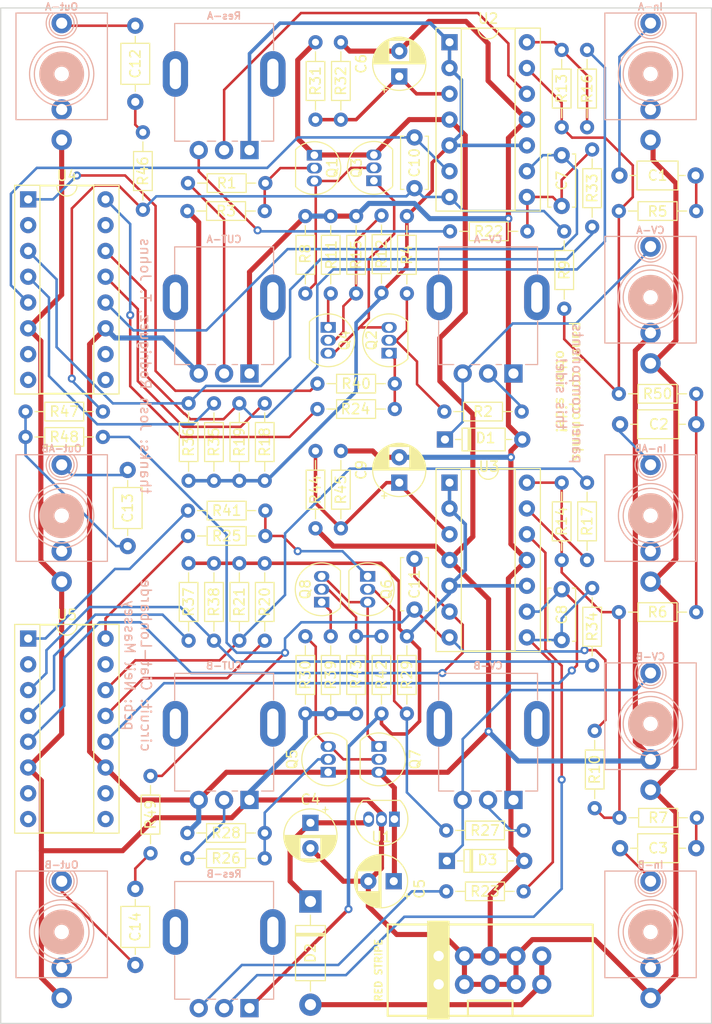
<source format=kicad_pcb>
(kicad_pcb (version 20211014) (generator pcbnew)
  (layers (0 "F.Cu" signal) (31 "B.Cu" signal) (34 "B.Paste" user) (35 "F.Paste" user) (36 "B.SilkS" user "B.Silkscreen") (37 "F.SilkS" user "F.Silkscreen") (38 "B.Mask" user) (39 "F.Mask" user) (44 "Edge.Cuts" user))
  (net 0 "")
  (net 1 "Net-(C1-Pad1)")
  (net 2 "Net-(C1-Pad2)")
  (net 3 "Net-(C2-Pad1)")
  (net 4 "Net-(C2-Pad2)")
  (net 5 "Net-(C3-Pad1)")
  (net 6 "Net-(C3-Pad2)")
  (net 7 "Net-(C4-Pad1)")
  (net 8 "GND")
  (net 9 "+9V")
  (net 10 "Net-(C6-Pad1)")
  (net 11 "Net-(C7-Pad1)")
  (net 12 "Net-(C7-Pad2)")
  (net 13 "Net-(C8-Pad1)")
  (net 14 "Net-(C8-Pad2)")
  (net 15 "Net-(C9-Pad1)")
  (net 16 "Net-(C11-Pad1)")
  (net 17 "Net-(C11-Pad2)")
  (net 18 "Net-(C12-Pad1)")
  (net 19 "Net-(C12-Pad2)")
  (net 20 "Net-(C13-Pad1)")
  (net 21 "Net-(C13-Pad2)")
  (net 22 "Net-(C14-Pad1)")
  (net 23 "Net-(C14-Pad2)")
  (net 24 "Net-(D1-Pad1)")
  (net 25 "Net-(D2-Pad2)")
  (net 26 "Net-(D3-Pad1)")
  (net 30 "Net-(J5-Pad1)")
  (net 34 "Net-(Q1-Pad2)")
  (net 35 "Net-(Q1-Pad3)")
  (net 36 "VC1")
  (net 37 "Net-(Q2-Pad2)")
  (net 38 "Net-(Q2-Pad3)")
  (net 39 "Net-(Q4-Pad1)")
  (net 40 "Net-(Q4-Pad2)")
  (net 41 "Net-(Q5-Pad2)")
  (net 42 "Net-(Q5-Pad3)")
  (net 43 "VC2")
  (net 44 "Net-(Q6-Pad2)")
  (net 45 "Net-(Q6-Pad3)")
  (net 46 "Net-(Q8-Pad1)")
  (net 47 "Net-(Q8-Pad2)")
  (net 48 "Net-(R1-Pad1)")
  (net 49 "Net-(R2-Pad1)")
  (net 50 "MIDO1")
  (net 51 "Net-(R10-Pad1)")
  (net 52 "Net-(R13-Pad1)")
  (net 53 "Net-(R14-Pad1)")
  (net 54 "Net-(R16-Pad1)")
  (net 55 "Net-(R17-Pad1)")
  (net 56 "Net-(R18-Pad2)")
  (net 57 "MIDO2")
  (net 58 "Net-(R20-Pad2)")
  (net 59 "Net-(R22-Pad1)")
  (net 60 "Net-(R23-Pad1)")
  (net 61 "Net-(R24-Pad1)")
  (net 62 "Net-(R25-Pad1)")
  (net 63 "Net-(R26-Pad1)")
  (net 64 "Net-(R27-Pad1)")
  (net 65 "Net-(R33-Pad1)")
  (net 66 "Net-(R34-Pad1)")
  (net 67 "Net-(R35-Pad2)")
  (net 68 "Net-(R37-Pad2)")
  (net 69 "Net-(R40-Pad1)")
  (net 70 "Net-(R41-Pad1)")
  (net 71 "Net-(RV3-Pad2)")
  (net 72 "Net-(RV4-Pad2)")
  (net 77 "Net-(R13-Pad2)")
  (net 78 "Net-(C10-Pad1)")
  (net 79 "Net-(C10-Pad2)")
  (footprint "Resistor_THT:R_Axial_DIN0204_L3.6mm_D1.6mm_P7.62mm_Horizontal" (layer "F.Cu") (at 2.44 42.25)
    (fp_text reference "R48")
    (fp_text value "10k")
  )
  (footprint "Package_DIP:DIP-14_W7.62mm_Socket" (layer "F.Cu") (at 44.2 46.75)
    (fp_text reference "U3")
    (fp_text value "TL084")
  )
  (footprint "Resistor_THT:R_Axial_DIN0204_L3.6mm_D1.6mm_P7.62mm_Horizontal" (layer "F.Cu") (at 40 20.5 -90)
    (fp_text reference "R4")
    (fp_text value "4.7k")
  )
  (footprint "Resistor_THT:R_Axial_DIN0204_L3.6mm_D1.6mm_P7.62mm_Horizontal" (layer "F.Cu") (at 32.5 20.5 -90)
    (fp_text reference "R11")
    (fp_text value "4.7k")
  )
  (footprint "Resistor_THT:R_Axial_DIN0204_L3.6mm_D1.6mm_P7.62mm_Horizontal" (layer "F.Cu") (at 18.44 49.5)
    (fp_text reference "R41")
    (fp_text value "10k")
  )
  (footprint "Resistor_THT:R_Axial_DIN0204_L3.6mm_D1.6mm_P7.62mm_Horizontal" (layer "F.Cu") (at 33.5 51.25 90)
    (fp_text reference "R45")
    (fp_text value "22k")
  )
  (footprint "Resistor_THT:R_Axial_DIN0204_L3.6mm_D1.6mm_P7.62mm_Horizontal" (layer "F.Cu") (at 31.19 39.5)
    (fp_text reference "R24")
    (fp_text value "10k")
  )
  (footprint "Package_TO_SOT_THT:TO-92_Inline" (layer "F.Cu") (at 38.25 34 90)
    (fp_text reference "Q2")
    (fp_text value "BC557")
  )
  (footprint "Resistor_THT:R_Axial_DIN0204_L3.6mm_D1.6mm_P7.62mm_Horizontal" (layer "F.Cu") (at 30 69.5 90)
    (fp_text reference "R30")
    (fp_text value "1Meg")
  )
  (footprint "Resistor_THT:R_Axial_DIN0204_L3.6mm_D1.6mm_P7.62mm_Horizontal" (layer "F.Cu") (at 30 20.5 -90)
    (fp_text reference "R8")
    (fp_text value "1Meg")
  )
  (footprint "Package_DIP:DIP-14_W7.62mm_Socket" (layer "F.Cu") (at 44.2 3.375)
    (fp_text reference "U2")
    (fp_text value "TL084")
  )
  (footprint "Resistor_THT:R_Axial_DIN0204_L3.6mm_D1.6mm_P7.62mm_Horizontal" (layer "F.Cu") (at 57.75 46.75 -90)
    (fp_text reference "R17")
    (fp_text value "47k")
  )
  (footprint "Resistor_THT:R_Axial_DIN0204_L3.6mm_D1.6mm_P7.62mm_Horizontal" (layer "F.Cu") (at 55.25 46.75 -90)
    (fp_text reference "R14")
    (fp_text value "47k")
  )
  (footprint "Capacitor_THT:C_Axial_L3.8mm_D2.6mm_P7.50mm_Horizontal" (layer "F.Cu") (at 60.94 16.5)
    (fp_text reference "C1")
    (fp_text value "100nF")
  )
  (footprint "Resistor_THT:R_Axial_DIN0204_L3.6mm_D1.6mm_P7.62mm_Horizontal" (layer "F.Cu") (at 44.25 22)
    (fp_text reference "R22")
    (fp_text value "100k")
  )
  (footprint "Capacitor_THT:CP_Radial_D5.0mm_P2.50mm" (layer "F.Cu") (at 30.5 80.25 -90)
    (fp_text reference "C4")
    (fp_text value "10uF")
  )
  (footprint "Resistor_THT:R_Axial_DIN0204_L3.6mm_D1.6mm_P7.62mm_Horizontal" (layer "F.Cu") (at 31.19 37)
    (fp_text reference "R40")
    (fp_text value "10k")
  )
  (footprint "Resistor_THT:R_Axial_DIN0204_L3.6mm_D1.6mm_P7.62mm_Horizontal" (layer "F.Cu") (at 58.5 78.81 90)
    (fp_text reference "R10")
    (fp_text value "47k")
  )
  (footprint "Resistor_THT:R_Axial_DIN0204_L3.6mm_D1.6mm_P7.62mm_Horizontal" (layer "F.Cu") (at 37.5 69.5 90)
    (fp_text reference "R42")
    (fp_text value "4.7k")
  )
  (footprint "Package_DIP:DIP-16_W7.62mm_Socket" (layer "F.Cu") (at 2.7 62.1)
    (fp_text reference "U5")
    (fp_text value "LM13700")
  )
  (footprint "Resistor_THT:R_Axial_DIN0204_L3.6mm_D1.6mm_P7.62mm_Horizontal" (layer "F.Cu") (at 18.38 83.75)
    (fp_text reference "R26")
    (fp_text value "220k")
  )
  (footprint "Capacitor_THT:C_Disc_D5.0mm_W2.5mm_P5.00mm" (layer "F.Cu") (at 40.75 12.75 -90)
    (fp_text reference "C10")
    (fp_text value "1nF")
  )
  (footprint "Capacitor_THT:C_Axial_L3.8mm_D2.6mm_P7.50mm_Horizontal" (layer "F.Cu") (at 61 41)
    (fp_text reference "C2")
    (fp_text value "100nF")
  )
  (footprint "Package_TO_SOT_THT:TO-92_Inline" (layer "F.Cu") (at 36.14 55.98 -90)
    (fp_text reference "Q6")
    (fp_text value "BC557")
  )
  (footprint "Resistor_THT:R_Axial_DIN0204_L3.6mm_D1.6mm_P7.62mm_Horizontal" (layer "F.Cu") (at 18.44 17.25)
    (fp_text reference "R1")
    (fp_text value "220k")
  )
  (footprint "Package_TO_SOT_THT:TO-92_Inline" (layer "F.Cu") (at 36.75 17.02 90)
    (fp_text reference "Q3")
    (fp_text value "BC557")
  )
  (footprint "Diode_THT:D_DO-41_SOD81_P10.16mm_Horizontal" (layer "F.Cu") (at 30.5 88 -90)
    (fp_text reference "D2")
    (fp_text value "1N4001")
  )
  (footprint "Resistor_THT:R_Axial_DIN0204_L3.6mm_D1.6mm_P7.62mm_Horizontal" (layer "F.Cu") (at 68.5 20 180)
    (fp_text reference "R5")
    (fp_text value "47k")
  )
  (footprint "Resistor_THT:R_Axial_DIN0204_L3.6mm_D1.6mm_P7.62mm_Horizontal" (layer "F.Cu") (at 68.56 79.75 180)
    (fp_text reference "R7")
    (fp_text value "47k")
  )
  (footprint "Resistor_THT:R_Axial_DIN0204_L3.6mm_D1.6mm_P7.62mm_Horizontal" (layer "F.Cu") (at 26 46.56 90)
    (fp_text reference "R18")
    (fp_text value "470")
  )
  (footprint "Capacitor_THT:C_Axial_L3.8mm_D2.6mm_P7.50mm_Horizontal" (layer "F.Cu") (at 12.5 53 90)
    (fp_text reference "C13")
    (fp_text value "100nF")
  )
  (footprint "Resistor_THT:R_Axial_DIN0204_L3.6mm_D1.6mm_P7.62mm_Horizontal" (layer "F.Cu") (at 58.25 21.56 90)
    (fp_text reference "R33")
    (fp_text value "47k")
  )
  (footprint "Resistor_THT:R_Axial_DIN0204_L3.6mm_D1.6mm_P7.62mm_Horizontal" (layer "F.Cu") (at 14.75 83.25 90)
    (fp_text reference "R49")
    (fp_text value "10k")
  )
  (footprint "Resistor_THT:R_Axial_DIN0204_L3.6mm_D1.6mm_P7.62mm_Horizontal" (layer "F.Cu") (at 31 3.38 -90)
    (fp_text reference "R31")
    (fp_text value "22k")
  )
  (footprint "Capacitor_THT:C_Disc_D5.0mm_W2.5mm_P5.00mm" (layer "F.Cu") (at 55.25 57.25 -90)
    (fp_text reference "C8")
    (fp_text value "1nF")
  )
  (footprint "Resistor_THT:R_Axial_DIN0204_L3.6mm_D1.6mm_P7.62mm_Horizontal" (layer "F.Cu") (at 57.75 4.13 -90)
    (fp_text reference "R16")
    (fp_text value "47k")
  )
  (footprint "Resistor_THT:R_Axial_DIN0204_L3.6mm_D1.6mm_P7.62mm_Horizontal" (layer "F.Cu") (at 43.88 87)
    (fp_text reference "R23")
    (fp_text value "100k")
  )
  (footprint "Resistor_THT:R_Axial_DIN0204_L3.6mm_D1.6mm_P7.62mm_Horizontal" (layer "F.Cu") (at 23.5 62.31 90)
    (fp_text reference "R21")
    (fp_text value "470")
  )
  (footprint "Package_TO_SOT_THT:TO-92_Inline" (layer "F.Cu") (at 32.25 75.27 90)
    (fp_text reference "Q5")
    (fp_text value "BC547")
  )
  (footprint "Resistor_THT:R_Axial_DIN0204_L3.6mm_D1.6mm_P7.62mm_Horizontal" (layer "F.Cu") (at 55.25 4.13 -90)
    (fp_text reference "R13")
    (fp_text value "47k")
  )
  (footprint "Package_TO_SOT_THT:TO-92_Inline" (layer "F.Cu") (at 32.25 31.46 -90)
    (fp_text reference "Q4")
    (fp_text value "BC557")
  )
  (footprint "Package_TO_SOT_THT:TO-92_Inline" (layer "F.Cu") (at 31.61 58.52 90)
    (fp_text reference "Q8")
    (fp_text value "BC557")
  )
  (footprint "Resistor_THT:R_Axial_DIN0204_L3.6mm_D1.6mm_P7.62mm_Horizontal" (layer "F.Cu") (at 26 81.25 180)
    (fp_text reference "R28")
    (fp_text value "4.7k")
  )
  (footprint "Diode_THT:D_DO-35_SOD27_P7.62mm_Horizontal" (layer "F.Cu") (at 43.75 42.5)
    (fp_text reference "D1")
    (fp_text value "BAT85")
  )
  (footprint "Resistor_THT:R_Axial_DIN0204_L3.6mm_D1.6mm_P7.62mm_Horizontal" (layer "F.Cu") (at 51.31 39.75 180)
    (fp_text reference "R2")
    (fp_text value "220k")
  )
  (footprint "Resistor_THT:R_Axial_DIN0204_L3.6mm_D1.6mm_P7.62mm_Horizontal" (layer "F.Cu") (at 55.5 29.62 90)
    (fp_text reference "R9")
    (fp_text value "47k")
  )
  (footprint "Resistor_THT:R_Axial_DIN0204_L3.6mm_D1.6mm_P7.62mm_Horizontal" (layer "F.Cu") (at 18.5 38.94 -90)
    (fp_text reference "R36")
    (fp_text value "470")
  )
  (footprint "Resistor_THT:R_Axial_DIN0204_L3.6mm_D1.6mm_P7.62mm_Horizontal" (layer "F.Cu") (at 21 46.56 90)
    (fp_text reference "R35")
    (fp_text value "470")
  )
  (footprint "Resistor_THT:R_Axial_DIN0204_L3.6mm_D1.6mm_P7.62mm_Horizontal" (layer "F.Cu") (at 21 62.31 90)
    (fp_text reference "R38")
    (fp_text value "470")
  )
  (footprint "Package_TO_SOT_THT:TO-92_Inline" (layer "F.Cu") (at 30.89 14.5 -90)
    (fp_text reference "Q1")
    (fp_text value "BC547")
  )
  (footprint "Capacitor_THT:CP_Radial_D5.0mm_P2.50mm" (layer "F.Cu") (at 38.705112 86 180)
    (fp_text reference "C5")
    (fp_text value "10uF")
  )
  (footprint "Resistor_THT:R_Axial_DIN0204_L3.6mm_D1.6mm_P7.62mm_Horizontal" (layer "F.Cu") (at 40 61.88 -90)
    (fp_text reference "R29")
    (fp_text value "4.7k")
  )
  (footprint "Resistor_THT:R_Axial_DIN0204_L3.6mm_D1.6mm_P7.62mm_Horizontal" (layer "F.Cu") (at 33.5 11 90)
    (fp_text reference "R32")
    (fp_text value "22k")
  )
  (footprint "Package_TO_SOT_THT:TO-92_Inline" (layer "F.Cu") (at 38.77 79.89 180)
    (fp_text reference "U1")
    (fp_text value "L78L09_TO92")
  )
  (footprint "Resistor_THT:R_Axial_DIN0204_L3.6mm_D1.6mm_P7.62mm_Horizontal" (layer "F.Cu") (at 68.5 38 180)
    (fp_text reference "R50")
    (fp_text value "47k")
  )
  (footprint "Capacitor_THT:CP_Radial_D5.0mm_P2.50mm" (layer "F.Cu") (at 39.25 6.75 90)
    (fp_text reference "C6")
    (fp_text value "10uF")
  )
  (footprint "Capacitor_THT:C_Axial_L3.8mm_D2.6mm_P7.50mm_Horizontal" (layer "F.Cu") (at 13.25 86.75 -90)
    (fp_text reference "C14")
    (fp_text value "100nF")
  )
  (footprint "Diode_THT:D_DO-35_SOD27_P7.62mm_Horizontal" (layer "F.Cu") (at 43.94 84)
    (fp_text reference "D3")
    (fp_text value "BAT85")
  )
  (footprint "Capacitor_THT:C_Disc_D5.0mm_W2.5mm_P5.00mm" (layer "F.Cu") (at 40.75 54.25 -90)
    (fp_text reference "C11")
    (fp_text value "1nF")
  )
  (footprint "Capacitor_THT:CP_Radial_D5.0mm_P2.50mm" (layer "F.Cu") (at 39.25 46.75 90)
    (fp_text reference "C9")
    (fp_text value "10uF")
  )
  (footprint "Resistor_THT:R_Axial_DIN0204_L3.6mm_D1.6mm_P7.62mm_Horizontal" (layer "F.Cu") (at 37.5 28.06 90)
    (fp_text reference "R12")
    (fp_text value "4.7k")
  )
  (footprint "Package_TO_SOT_THT:TO-92_Inline" (layer "F.Cu") (at 37.25 72.73 -90)
    (fp_text reference "Q7")
    (fp_text value "BC557")
  )
  (footprint "Resistor_THT:R_Axial_DIN0204_L3.6mm_D1.6mm_P7.62mm_Horizontal" (layer "F.Cu") (at 35 28.12 90)
    (fp_text reference "R15")
    (fp_text value "220k")
  )
  (footprint "Resistor_THT:R_Axial_DIN0204_L3.6mm_D1.6mm_P7.62mm_Horizontal" (layer "F.Cu") (at 32.5 69.5 90)
    (fp_text reference "R39")
    (fp_text value "4.7k")
  )
  (footprint "Resistor_THT:R_Axial_DIN0204_L3.6mm_D1.6mm_P7.62mm_Horizontal" (layer "F.Cu") (at 26 20 180)
    (fp_text reference "R3")
    (fp_text value "4.7k")
  )
  (footprint "Resistor_THT:R_Axial_DIN0204_L3.6mm_D1.6mm_P7.62mm_Horizontal" (layer "F.Cu") (at 31 51.25 90)
    (fp_text reference "R44")
    (fp_text value "22k")
  )
  (footprint "Resistor_THT:R_Axial_DIN0204_L3.6mm_D1.6mm_P7.62mm_Horizontal" (layer "F.Cu") (at 14 12.25 -90)
    (fp_text reference "R46")
    (fp_text value "10k")
  )
  (footprint "Resistor_THT:R_Axial_DIN0204_L3.6mm_D1.6mm_P7.62mm_Horizontal" (layer "F.Cu") (at 18.44 52)
    (fp_text reference "R25")
    (fp_text value "10k")
  )
  (footprint "Capacitor_THT:C_Axial_L3.8mm_D2.6mm_P7.50mm_Horizontal" (layer "F.Cu") (at 61 82.75)
    (fp_text reference "C3")
    (fp_text value "100nF")
  )
  (footprint "Resistor_THT:R_Axial_DIN0204_L3.6mm_D1.6mm_P7.62mm_Horizontal" (layer "F.Cu") (at 23.5 38.94 -90)
    (fp_text reference "R19")
    (fp_text value "470")
  )
  (footprint "Package_DIP:DIP-16_W7.62mm_Socket" (layer "F.Cu") (at 2.7 18.85)
    (fp_text reference "U4")
    (fp_text value "LM13700")
  )
  (footprint "Resistor_THT:R_Axial_DIN0204_L3.6mm_D1.6mm_P7.62mm_Horizontal" (layer "F.Cu") (at 26 54.69 -90)
    (fp_text reference "R20")
    (fp_text value "470")
  )
  (footprint "winterbloom:Eurorack_Power_2x5_Shrouded" (layer "F.Cu") (at 43.13 96.157)
    (fp_text reference "J5" hide)
    (fp_text value "Eurorack_Power" hide)
  )
  (footprint "Resistor_THT:R_Axial_DIN0204_L3.6mm_D1.6mm_P7.62mm_Horizontal" (layer "F.Cu") (at 35 61.88 -90)
    (fp_text reference "R43")
    (fp_text value "220k")
  )
  (footprint "Resistor_THT:R_Axial_DIN0204_L3.6mm_D1.6mm_P7.62mm_Horizontal" (layer "F.Cu") (at 68.5 59.5 180)
    (fp_text reference "R6")
    (fp_text value "47k")
  )
  (footprint "Resistor_THT:R_Axial_DIN0204_L3.6mm_D1.6mm_P7.62mm_Horizontal" (layer "F.Cu") (at 58.25 64.75 90)
    (fp_text reference "R34")
    (fp_text value "47k")
  )
  (footprint "Resistor_THT:R_Axial_DIN0204_L3.6mm_D1.6mm_P7.62mm_Horizontal" (layer "F.Cu") (at 51.5 81 180)
    (fp_text reference "R27")
    (fp_text value "220k")
  )
  (footprint "Capacitor_THT:C_Axial_L3.8mm_D2.6mm_P7.50mm_Horizontal" (layer "F.Cu") (at 13.25 9.25 90)
    (fp_text reference "C12")
    (fp_text value "100nF")
  )
  (footprint "Resistor_THT:R_Axial_DIN0204_L3.6mm_D1.6mm_P7.62mm_Horizontal" (layer "F.Cu") (at 18.5 54.69 -90)
    (fp_text reference "R37")
    (fp_text value "470")
  )
  (footprint "Capacitor_THT:C_Disc_D5.0mm_W2.5mm_P5.00mm" (layer "F.Cu") (at 55.25 14.5 -90)
    (fp_text reference "C7")
    (fp_text value "1nF")
  )
  (footprint "Resistor_THT:R_Axial_DIN0204_L3.6mm_D1.6mm_P7.62mm_Horizontal" (layer "F.Cu") (at 2.44 39.75)
    (fp_text reference "R47")
    (fp_text value "10k")
  )
  (footprint "winterbloom:Potentiometer_Alpha_R0904N" (layer "B.Cu") (at 48 28.5 180)
    (fp_text reference "RV2")
    (fp_text value "CV-A")
  )
  (footprint "winterbloom:Potentiometer_Alpha_R0904N" (layer "B.Cu") (at 22 6.5 180)
    (fp_text reference "RV3")
    (fp_text value "Res-A")
  )
  (footprint "winterbloom:AudioJack_WQP518MA" (layer "B.Cu") (at 6 91 180)
    (fp_text reference "J9" hide)
    (fp_text value "Out-B")
  )
  (footprint "winterbloom:AudioJack_WQP518MA" (layer "B.Cu") (at 64 6.5 180)
    (fp_text reference "J2" hide)
    (fp_text value "In-A")
  )
  (footprint "winterbloom:Potentiometer_Alpha_R0904N" (layer "B.Cu") (at 48 70.5 180)
    (fp_text reference "RV6")
    (fp_text value "CV-B")
  )
  (footprint "winterbloom:Potentiometer_Alpha_R0904N" (layer "B.Cu") (at 22 91 180)
    (fp_text reference "RV4")
    (fp_text value "Res-B")
  )
  (footprint "winterbloom:AudioJack_WQP518MA" (layer "B.Cu") (at 6 6.5 180)
    (fp_text reference "J7" hide)
    (fp_text value "Out-A")
  )
  (footprint "winterbloom:AudioJack_WQP518MA" (layer "B.Cu") (at 64 70.5 180)
    (fp_text reference "J6" hide)
    (fp_text value "CV-B")
  )
  (footprint "winterbloom:Potentiometer_Alpha_R0904N" (layer "B.Cu") (at 22 28.5 180)
    (fp_text reference "RV1")
    (fp_text value "CUT-A")
  )
  (footprint "winterbloom:AudioJack_WQP518MA" (layer "B.Cu") (at 6 50 180)
    (fp_text reference "J8" hide)
    (fp_text value "Out-AB")
  )
  (footprint "winterbloom:AudioJack_WQP518MA" (layer "B.Cu") (at 64 50 180)
    (fp_text reference "J3" hide)
    (fp_text value "In-AB")
  )
  (footprint "winterbloom:AudioJack_WQP518MA" (layer "B.Cu") (at 64 91 180)
    (fp_text reference "J4" hide)
    (fp_text value "In-B")
  )
  (footprint "winterbloom:Potentiometer_Alpha_R0904N" (layer "B.Cu") (at 22 70.5 180)
    (fp_text reference "RV5")
    (fp_text value "CUT-B")
  )
  (footprint "winterbloom:AudioJack_WQP518MA" (layer "B.Cu") (at 64 28.5 180)
    (fp_text reference "J1" hide)
    (fp_text value "CV-A")
  )
  (gr_line locked (start 70 100) (end 0 100) (layer "Edge.Cuts") (width 0.1))
  (gr_line locked (start 70 0) (end 70 100) (layer "Edge.Cuts") (width 0.1))
  (gr_line locked (start 0 0) (end 70 0) (layer "Edge.Cuts") (width 0.1))
  (gr_line locked (start 0 100) (end 0 0) (layer "Edge.Cuts") (width 0.1))
  (gr_text "thanks: Josh Rodriguez, T. Johns" (at 14.25 35.25 -90) (layer "B.SilkS") (effects (font (size 1 1)) (justify mirror)))
  (gr_text "circuit: Ciat-Lonbarde\npcb: Neil Massey" (at 13.5 64.75 -90) (layer "B.SilkS") (effects (font (size 1 1)) (justify mirror)))
  (gr_text "panel components\nthis side!" (at 56 38 -90) (layer "B.SilkS") (effects (font (size 1 1)) (justify mirror)))
  (gr_text "panel components\nother side!" (at 56 37.75 270) (layer "F.SilkS") (effects (font (size 1 1))))
  (segment (start 60.94 16.5) (end 60.94 4.81) (width 0.25) (layer "B.Cu") (net 1))
  (segment (start 60.94 4.81) (end 64.25 1.5) (width 0.25) (layer "B.Cu") (net 1))
  (segment (start 68.5 16.56) (end 68.44 16.5) (width 0.25) (layer "F.Cu") (net 2))
  (segment (start 68.5 20) (end 68.5 16.56) (width 0.25) (layer "F.Cu") (net 2))
  (segment (start 64.1625 44.9125) (end 61 41.75) (width 0.25) (layer "B.Cu") (net 3))
  (segment (start 61 41.75) (end 61 41) (width 0.25) (layer "B.Cu") (net 3))
  (segment (start 68.5 38) (end 68.5 41) (width 0.25) (layer "F.Cu") (net 4))
  (segment (start 68.5 59.5) (end 68.5 41) (width 0.25) (layer "F.Cu") (net 4))
  (segment (start 61 82.75) (end 64.25 86) (width 0.25) (layer "F.Cu") (net 5))
  (segment (start 68.5 82.75) (end 68.5 79.81) (width 0.25) (layer "F.Cu") (net 6))
  (segment (start 68.5 79.81) (end 68.56 79.75) (width 0.25) (layer "F.Cu") (net 6))
  (segment (start 30.5 80.25) (end 35.87 80.25) (width 0.5) (layer "F.Cu") (net 7))
  (segment (start 30.5 80.25) (end 28.5 82.25) (width 0.5) (layer "F.Cu") (net 7))
  (segment (start 28.5 82.25) (end 28.5 86) (width 0.5) (layer "F.Cu") (net 7))
  (segment (start 28.5 86) (end 30.5 88) (width 0.5) (layer "F.Cu") (net 7))
  (segment (start 35.87 80.25) (end 36.23 79.89) (width 0.5) (layer "F.Cu") (net 7))
  (segment (start 45.67 96.157) (end 48.21 96.157) (width 0.5) (layer "F.Cu") (net 8))
  (segment (start 58.5 91.75) (end 52.363 91.75) (width 0.5) (layer "F.Cu") (net 8))
  (segment (start 50.5 36) (end 50 35.5) (width 0.5) (layer "F.Cu") (net 8))
  (segment (start 64.25 97.5) (end 58.5 91.75) (width 0.5) (layer "F.Cu") (net 8))
  (segment (start 4 83) (end 12 83) (width 0.5) (layer "F.Cu") (net 8))
  (segment (start 64.25 77) (end 66.5 74.75) (width 0.5) (layer "F.Cu") (net 8))
  (segment (start 12 83) (end 15.25 79.75) (width 0.5) (layer "F.Cu") (net 8))
  (segment (start 51.56 84) (end 50.25 82.69) (width 0.5) (layer "F.Cu") (net 8))
  (segment (start 4 76.1) (end 2.7 74.8) (width 0.5) (layer "F.Cu") (net 8))
  (segment (start 50.25 82.69) (end 50.25 78.25) (width 0.5) (layer "F.Cu") (net 8))
  (segment (start 50 41.13) (end 50 36.5) (width 0.5) (layer "F.Cu") (net 8))
  (segment (start 37.5 79.34) (end 36.16 78) (width 0.5) (layer "F.Cu") (net 8))
  (segment (start 15.25 79.75) (end 22.75 79.75) (width 0.5) (layer "F.Cu") (net 8))
  (segment (start 45.824511 1.324511) (end 42.175489 1.324511) (width 0.5) (layer "F.Cu") (net 8))
  (segment (start 51.82 54.37) (end 50 56.19) (width 0.5) (layer "F.Cu") (net 8))
  (segment (start 4 83) (end 4 76.1) (width 0.5) (layer "F.Cu") (net 8))
  (segment (start 45.67 93.363) (end 43.557 91.25) (width 0.5) (layer "F.Cu") (net 8))
  (segment (start 51.37 42.5) (end 50.25 43.62) (width 0.5) (layer "F.Cu") (net 8))
  (segment (start 51.82 54.37) (end 50.25 52.8) (width 0.5) (layer "F.Cu") (net 8))
  (segment (start 66.5 79.25) (end 64.25 77) (width 0.5) (layer "F.Cu") (net 8))
  (segment (start 37.5 79.89) (end 37.5 79.34) (width 0.5) (layer "F.Cu") (net 8))
  (segment (start 36.205112 86) (end 37.5 84.705112) (width 0.5) (layer "F.Cu") (net 8))
  (segment (start 32.5 20.5) (end 35 20.5) (width 0.5) (layer "F.Cu") (net 8))
  (segment (start 22.75 79.75) (end 24.5 78) (width 0.5) (layer "F.Cu") (net 8))
  (segment (start 64.29375 56.45625) (end 66.5 54.25) (width 0.5) (layer "F.Cu") (net 8))
  (segment (start 42.175489 1.324511) (end 39.25 4.25) (width 0.5) (layer "F.Cu") (net 8))
  (segment (start 50.25 78.25) (end 50.5 78) (width 0.5) (layer "F.Cu") (net 8))
  (segment (start 48 3.5) (end 45.824511 1.324511) (width 0.5) (layer "F.Cu") (net 8))
  (segment (start 50.25 52.8) (end 50.25 44.25) (width 0.5) (layer "F.Cu") (net 8))
  (segment (start 50 35.5) (end 50 20.75) (width 0.5) (layer "F.Cu") (net 8))
  (segment (start 39 91.25) (end 36.205112 88.455112) (width 0.5) (layer "F.Cu") (net 8))
  (segment (start 33.75 86) (end 30.5 82.75) (width 0.5) (layer "F.Cu") (net 8))
  (segment (start 3.949511 32.799511) (end 2.7 31.55) (width 0.5) (layer "F.Cu") (net 8))
  (segment (start 66.5 74.75) (end 66.5 58.6625) (width 0.5) (layer "F.Cu") (net 8))
  (segment (start 50 36.5) (end 50.5 36) (width 0.5) (layer "F.Cu") (net 8))
  (segment (start 50.75 93.363) (end 50.75 96.157) (width 0.5) (layer "F.Cu") (net 8))
  (segment (start 2.7 74.8) (end 6 71.5) (width 0.5) (layer "F.Cu") (net 8))
  (segment (start 64.25 35) (end 66.5 32.75) (width 0.5) (layer "F.Cu") (net 8))
  (segment (start 39.25 4.25) (end 34.37 4.25) (width 0.5) (layer "F.Cu") (net 8))
  (segment (start 50 56.19) (end 50 77.5) (width 0.5) (layer "F.Cu") (net 8))
  (segment (start 6 71.5) (end 6 56.5) (width 0.5) (layer "F.Cu") (net 8))
  (segment (start 37.25 44.25) (end 39.25 44.25) (width 0.5) (layer "F.Cu") (net 8))
  (segment (start 48.21 93.363) (end 50.75 93.363) (width 0.5) (layer "F.Cu") (net 8))
  (segment (start 51.56 84) (end 48.21 87.35) (width 0.5) (layer "F.Cu") (net 8))
  (segment (start 33.5 43.63) (end 36.63 43.63) (width 0.5) (layer "F.Cu") (net 8))
  (segment (start 66.5 37.25) (end 64.25 35) (width 0.5) (layer "F.Cu") (net 8))
  (segment (start 6 97.5) (end 4 95.5) (width 0.5) (layer "F.Cu") (net 8))
  (segment (start 50.75 96.157) (end 48.21 96.157) (width 0.5) (layer "F.Cu") (net 8))
  (segment (start 4 95.5) (end 4 83) (width 0.5) (layer "F.Cu") (net 8))
  (segment (start 50 12.815) (end 50 20.75) (width 0.5) (layer "F.Cu") (net 8))
  (segment (start 64.25 15) (end 64.25 13) (width 0.5) (layer "F.Cu") (net 8))
  (segment (start 51.82 10.995) (end 48 7.175) (width 0.5) (layer "F.Cu") (net 8))
  (segment (start 66.5 58.6625) (end 64.29375 56.45625) (width 0.5) (layer "F.Cu") (net 8))
  (segment (start 45.67 96.157) (end 45.67 93.363) (width 0.5) (layer "F.Cu") (net 8))
  (segment (start 36.205112 88.455112) (end 36.205112 86) (width 0.5) (layer "F.Cu") (net 8))
  (segment (start 3.949511 54.449511) (end 3.949511 32.799511) (width 0.5) (layer "F.Cu") (net 8))
  (segment (start 64.25 97.5) (end 66.5 95.25) (width 0.5) (layer "F.Cu") (net 8))
  (segment (start 37.5 84.705112) (end 37.5 79.89) (width 0.5) (layer "F.Cu") (net 8))
  (segment (start 6 28.25) (end 6 13) (width 0.5) (layer "F.Cu") (net 8))
  (segment (start 52.363 91.75) (end 50.75 93.363) (width 0.5) (layer "F.Cu") (net 8))
  (segment (start 48 7.175) (end 48 3.5) (width 0.5) (layer "F.Cu") (net 8))
  (segment (start 24.5 26) (end 30 20.5) (width 0.5) (layer "F.Cu") (net 8))
  (segment (start 36.16 78) (end 24.5 78) (width 0.5) (layer "F.Cu") (net 8))
  (segment (start 66.5 95.25) (end 66.5 79.25) (width 0.5) (layer "F.Cu") (net 8))
  (segment (start 34.37 4.25) (end 33.5 3.38) (width 0.5) (layer "F.Cu") (net 8))
  (segment (start 66.5 54.25) (end 66.5 37.25) (width 0.5) (layer "F.Cu") (net 8))
  (segment (start 50 77.5) (end 50.5 78) (width 0.5) (layer "F.Cu") (net 8))
  (segment (start 66.5 17.25) (end 64.25 15) (width 0.5) (layer "F.Cu") (net 8))
  (segment (start 36.63 43.63) (end 37.25 44.25) (width 0.5) (layer "F.Cu") (net 8))
  (segment (start 66.5 32.75) (end 66.5 17.25) (width 0.5) (layer "F.Cu") (net 8))
  (segment (start 43.557 91.25) (end 39 91.25) (width 0.5) (layer "F.Cu") (net 8))
  (segment (start 51.37 42.5) (end 50 41.13) (width 0.5) (layer "F.Cu") (net 8))
  (segment (start 36.205112 86) (end 33.75 86) (width 0.5) (layer "F.Cu") (net 8))
  (segment (start 50.25 43.62) (end 50.25 44.25) (width 0.5) (layer "F.Cu") (net 8))
  (segment (start 6 56.5) (end 3.949511 54.449511) (width 0.5) (layer "F.Cu") (net 8))
  (segment (start 2.7 31.55) (end 6 28.25) (width 0.5) (layer "F.Cu") (net 8))
  (segment (start 24.5 36) (end 24.5 26) (width 0.5) (layer "F.Cu") (net 8))
  (segment (start 45.67 93.363) (end 48.21 93.363) (width 0.5) (layer "F.Cu") (net 8))
  (segment (start 48.21 87.35) (end 48.21 93.363) (width 0.5) (layer "F.Cu") (net 8))
  (segment (start 51.82 10.995) (end 50 12.815) (width 0.5) (layer "F.Cu") (net 8))
  (via (at 50 20.75) (size 0.8) (drill 0.4) (layers "F.Cu" "B.Cu") (net 8))
  (via (at 50.25 44.25) (size 0.8) (drill 0.4) (layers "F.Cu" "B.Cu") (net 8))
  (segment (start 36.25 19.25) (end 40.75 19.25) (width 0.5) (layer "B.Cu") (net 8))
  (segment (start 30 20.5) (end 32.5 20.5) (width 0.5) (layer "B.Cu") (net 8))
  (segment (start 35 20.5) (end 36.25 19.25) (width 0.5) (layer "B.Cu") (net 8))
  (segment (start 30 71.75) (end 24.5 77.25) (width 0.5) (layer "B.Cu") (net 8))
  (segment (start 35 69.5) (end 32.5 69.5) (width 0.5) (layer "B.Cu") (net 8))
  (segment (start 42.25 20.75) (end 50 20.75) (width 0.5) (layer "B.Cu") (net 8))
  (segment (start 39.25 44.25) (end 50.25 44.25) (width 0.5) (layer "B.Cu") (net 8))
  (segment (start 30 69.5) (end 32.5 69.5) (width 0.5) (layer "B.Cu") (net 8))
  (segment (start 30 71.75) (end 30 69.5) (width 0.5) (layer "B.Cu") (net 8))
  (segment (start 24.5 77.25) (end 24.5 78) (width 0.5) (layer "B.Cu") (net 8))
  (segment (start 40.75 19.25) (end 42.25 20.75) (width 0.5) (layer "B.Cu") (net 8))
  (segment (start 8.75 33.12) (end 10.32 31.55) (width 0.5) (layer "F.Cu") (net 9))
  (segment (start 38.77 85.935112) (end 38.705112 86) (width 0.25) (layer "F.Cu") (net 9))
  (segment (start 44.2 10.995) (end 40.235 10.995) (width 0.5) (layer "F.Cu") (net 9))
  (segment (start 19.5 21.12) (end 18.38 20) (width 0.5) (layer "F.Cu") (net 9))
  (segment (start 30.91 14.48) (end 30.89 14.5) (width 0.5) (layer "F.Cu") (net 9))
  (segment (start 64.25 32) (end 62.5 33.75) (width 0.5) (layer "F.Cu") (net 9))
  (segment (start 38.77 76.79) (end 37.25 75.27) (width 0.5) (layer "F.Cu") (net 9))
  (segment (start 45.75 12.545) (end 44.2 10.995) (width 0.5) (layer "F.Cu") (net 9))
  (segment (start 44.028946 75.27) (end 48.048946 71.25) (width 0.5) (layer "F.Cu") (net 9))
  (segment (start 43.25 36.75) (end 43.25 32.5) (width 0.5) (layer "F.Cu") (net 9))
  (segment (start 30.89 14.5) (end 29.25 12.86) (width 0.5) (layer "F.Cu") (net 9))
  (segment (start 62.5 33.75) (end 62.5 72.25) (width 0.5) (layer "F.Cu") (net 9))
  (segment (start 46.5 40) (end 43.25 36.75) (width 0.5) (layer "F.Cu") (net 9))
  (segment (start 62.5 72.25) (end 64.25 74) (width 0.5) (layer "F.Cu") (net 9))
  (segment (start 37.25 75.27) (end 32.25 75.27) (width 0.5) (layer "F.Cu") (net 9))
  (segment (start 29.25 12.86) (end 29.25 5.13) (width 0.5) (layer "F.Cu") (net 9))
  (segment (start 13.52 78) (end 10.32 74.8) (width 0.5) (layer "F.Cu") (net 9))
  (segment (start 37.25 75.27) (end 44.028946 75.27) (width 0.5) (layer "F.Cu") (net 9))
  (segment (start 29.25 5.13) (end 31 3.38) (width 0.5) (layer "F.Cu") (net 9))
  (segment (start 19.5 36) (end 19.5 21.12) (width 0.5) (layer "F.Cu") (net 9))
  (segment (start 8.75 73.23) (end 8.75 33.12) (width 0.5) (layer "F.Cu") (net 9))
  (segment (start 42.83 53) (end 32.75 53) (width 0.5) (layer "F.Cu") (net 9))
  (segment (start 10.32 74.8) (end 8.75 73.23) (width 0.5) (layer "F.Cu") (net 9))
  (segment (start 48.048946 58.218946) (end 48.048946 71.25) (width 0.5) (layer "F.Cu") (net 9))
  (segment (start 46.5 52.07) (end 46.5 40) (width 0.5) (layer "F.Cu") (net 9))
  (segment (start 40.235 10.995) (end 36.75 14.48) (width 0.5) (layer "F.Cu") (net 9))
  (segment (start 44.2 54.37) (end 46.5 52.07) (width 0.5) (layer "F.Cu") (net 9))
  (segment (start 43.25 32.5) (end 45.75 30) (width 0.5) (layer "F.Cu") (net 9))
  (segment (start 22.23 75.27) (end 19.5 78) (width 0.5) (layer "F.Cu") (net 9))
  (segment (start 38.77 79.89) (end 38.77 85.935112) (width 0.5) (layer "F.Cu") (net 9))
  (segment (start 19.5 78) (end 13.52 78) (width 0.5) (layer "F.Cu") (net 9))
  (segment (start 36.75 14.48) (end 30.91 14.48) (width 0.5) (layer "F.Cu") (net 9))
  (segment (start 32.25 75.27) (end 22.23 75.27) (width 0.5) (layer "F.Cu") (net 9))
  (segment (start 44.2 54.37) (end 42.83 53) (width 0.5) (layer "F.Cu") (net 9))
  (segment (start 38.77 79.89) (end 38.77 76.79) (width 0.5) (layer "F.Cu") (net 9))
  (segment (start 45.75 30) (end 45.75 12.545) (width 0.5) (layer "F.Cu") (net 9))
  (segment (start 32.75 53) (end 31 51.25) (width 0.5) (layer "F.Cu") (net 9))
  (segment (start 44.2 54.37) (end 48.048946 58.218946) (width 0.5) (layer "F.Cu") (net 9))
  (via (at 48.048946 71.25) (size 0.8) (drill 0.4) (layers "F.Cu" "B.Cu") (net 9))
  (segment (start 11.27 32.5) (end 16 32.5) (width 0.5) (layer "B.Cu") (net 9))
  (segment (start 64.0875 74.1625) (end 50.961446 74.1625) (width 0.5) (layer "B.Cu") (net 9))
  (segment (start 50.961446 74.1625) (end 48.048946 71.25) (width 0.5) (layer "B.Cu") (net 9))
  (segment (start 18.38 81.25) (end 19.5 80.13) (width 0.5) (layer "B.Cu") (net 9))
  (segment (start 10.32 31.55) (end 11.27 32.5) (width 0.5) (layer "B.Cu") (net 9))
  (segment (start 16 32.5) (end 19.5 36) (width 0.5) (layer "B.Cu") (net 9))
  (segment (start 19.5 80.13) (end 19.5 78) (width 0.5) (layer "B.Cu") (net 9))
  (segment (start 44.2 8.455) (end 40.955 8.455) (width 0.35) (layer "F.Cu") (net 10))
  (segment (start 31 11) (end 33.5 11) (width 0.35) (layer "F.Cu") (net 10))
  (segment (start 33.5 11) (end 35 11) (width 0.35) (layer "F.Cu") (net 10))
  (segment (start 35 11) (end 39.25 6.75) (width 0.35) (layer "F.Cu") (net 10))
  (segment (start 40.955 8.455) (end 39.25 6.75) (width 0.35) (layer "F.Cu") (net 10))
  (segment (start 10.32 29.01) (end 13.06 31.75) (width 0.25) (layer "B.Cu") (net 11))
  (segment (start 28.25 23.75) (end 55.25 23.75) (width 0.25) (layer "B.Cu") (net 11))
  (segment (start 56.75 16) (end 55.25 14.5) (width 0.25) (layer "B.Cu") (net 11))
  (segment (start 56.75 22.25) (end 56.75 16) (width 0.25) (layer "B.Cu") (net 11))
  (segment (start 13.06 31.75) (end 20.25 31.75) (width 0.25) (layer "B.Cu") (net 11))
  (segment (start 20.25 31.75) (end 28.25 23.75) (width 0.25) (layer "B.Cu") (net 11))
  (segment (start 55.25 14.5) (end 53.395 14.5) (width 0.25) (layer "B.Cu") (net 11))
  (segment (start 53.395 14.5) (end 51.82 16.075) (width 0.25) (layer "B.Cu") (net 11))
  (segment (start 55.25 23.75) (end 56.75 22.25) (width 0.25) (layer "B.Cu") (net 11))
  (segment (start 55.25 19.5) (end 55.25 16.94) (width 0.25) (layer "F.Cu") (net 12))
  (segment (start 51.87 22) (end 51.87 18.665) (width 0.25) (layer "F.Cu") (net 12))
  (segment (start 55.25 16.94) (end 58.25 13.94) (width 0.25) (layer "F.Cu") (net 12))
  (segment (start 54.365 18.615) (end 55.25 19.5) (width 0.25) (layer "F.Cu") (net 12))
  (segment (start 51.87 18.665) (end 51.82 18.615) (width 0.25) (layer "F.Cu") (net 12))
  (segment (start 51.82 18.615) (end 54.365 18.615) (width 0.25) (layer "F.Cu") (net 12))
  (segment (start 56.75 64.75) (end 56.25 65.25) (width 0.25) (layer "F.Cu") (net 13))
  (segment (start 55.25 57.25) (end 56.75 58.75) (width 0.25) (layer "F.Cu") (net 13))
  (segment (start 56.75 58.75) (end 56.75 64.75) (width 0.25) (layer "F.Cu") (net 13))
  (via (at 56.25 65.25) (size 0.8) (drill 0.4) (layers "F.Cu" "B.Cu") (net 13))
  (segment (start 53.05 59.45) (end 55.25 57.25) (width 0.25) (layer "B.Cu") (net 13))
  (segment (start 55 66.5) (end 56.25 65.25) (width 0.25) (layer "B.Cu") (net 13))
  (segment (start 10.32 72.26) (end 16.08 66.5) (width 0.25) (layer "B.Cu") (net 13))
  (segment (start 16.08 66.5) (end 55 66.5) (width 0.25) (layer "B.Cu") (net 13))
  (segment (start 51.82 59.45) (end 53.05 59.45) (width 0.25) (layer "B.Cu") (net 13))
  (segment (start 51.5 87) (end 54.37452 84.12548) (width 0.25) (layer "F.Cu") (net 14))
  (segment (start 54.37452 84.12548) (end 54.37452 64.54452) (width 0.25) (layer "F.Cu") (net 14))
  (segment (start 54.37452 64.54452) (end 51.82 61.99) (width 0.25) (layer "F.Cu") (net 14))
  (segment (start 52.08 62.25) (end 51.82 61.99) (width 0.25) (layer "B.Cu") (net 14))
  (segment (start 55.25 62.25) (end 55.25 60.13) (width 0.25) (layer "B.Cu") (net 14))
  (segment (start 55.25 62.25) (end 52.08 62.25) (width 0.25) (layer "B.Cu") (net 14))
  (segment (start 55.25 60.13) (end 58.25 57.13) (width 0.25) (layer "B.Cu") (net 14))
  (segment (start 39.25 46.75) (end 39.25 46.88) (width 0.35) (layer "F.Cu") (net 15))
  (segment (start 33.5 51.25) (end 31 48.75) (width 0.35) (layer "F.Cu") (net 15))
  (segment (start 38 46.75) (end 39.25 46.75) (width 0.35) (layer "F.Cu") (net 15))
  (segment (start 33.5 51.25) (end 38 46.75) (width 0.35) (layer "F.Cu") (net 15))
  (segment (start 31 48.75) (end 31 43.63) (width 0.35) (layer "F.Cu") (net 15))
  (segment (start 39.25 46.88) (end 44.2 51.83) (width 0.35) (layer "F.Cu") (net 15))
  (segment (start 45.5 63.5) (end 43.5 65.5) (width 0.25) (layer "F.Cu") (net 16))
  (segment (start 44.2 59.45) (end 45.5 60.75) (width 0.25) (layer "F.Cu") (net 16))
  (segment (start 40.75 56) (end 40.75 54.25) (width 0.25) (layer "F.Cu") (net 16))
  (segment (start 44.2 59.45) (end 40.75 56) (width 0.25) (layer "F.Cu") (net 16))
  (segment (start 45.5 60.75) (end 45.5 63.5) (width 0.25) (layer "F.Cu") (net 16))
  (via (at 43.5 65.5) (size 0.8) (drill 0.4) (layers "F.Cu" "B.Cu") (net 16))
  (segment (start 6.25 64) (end 9.75 60.5) (width 0.25) (layer "B.Cu") (net 16))
  (segment (start 18.75 65.5) (end 43.5 65.5) (width 0.25) (layer "B.Cu") (net 16))
  (segment (start 6.25 68.71) (end 6.25 64) (width 0.25) (layer "B.Cu") (net 16))
  (segment (start 13.75 60.5) (end 18.75 65.5) (width 0.25) (layer "B.Cu") (net 16))
  (segment (start 2.7 72.26) (end 6.25 68.71) (width 0.25) (layer "B.Cu") (net 16))
  (segment (start 9.75 60.5) (end 13.75 60.5) (width 0.25) (layer "B.Cu") (net 16))
  (segment (start 59.549511 70.140489) (end 59.549511 64.211724) (width 0.25) (layer "F.Cu") (net 17))
  (segment (start 43.49 61.99) (end 44.2 61.99) (width 0.25) (layer "F.Cu") (net 17))
  (segment (start 40.75 59.25) (end 43.49 61.99) (width 0.25) (layer "F.Cu") (net 17))
  (segment (start 14.75 75.63) (end 15.87 75.63) (width 0.25) (layer "F.Cu") (net 17))
  (segment (start 59.549511 64.211724) (end 58.587787 63.25) (width 0.25) (layer "F.Cu") (net 17))
  (segment (start 58.5 71.19) (end 59.549511 70.140489) (width 0.25) (layer "F.Cu") (net 17))
  (segment (start 15.87 75.63) (end 28 63.5) (width 0.25) (layer "F.Cu") (net 17))
  (segment (start 58.587787 63.25) (end 57.5 63.25) (width 0.25) (layer "F.Cu") (net 17))
  (via (at 57.5 63.25) (size 0.8) (drill 0.4) (layers "F.Cu" "B.Cu") (net 17))
  (via (at 28 63.5) (size 0.8) (drill 0.4) (layers "F.Cu" "B.Cu") (net 17))
  (segment (start 44.2 61.99) (end 45.584511 63.374511) (width 0.25) (layer "B.Cu") (net 17))
  (segment (start 22.25 51.861122) (end 22.25 62.508878) (width 0.25) (layer "B.Cu") (net 17))
  (segment (start 23.241122 63.5) (end 28 63.5) (width 0.25) (layer "B.Cu") (net 17))
  (segment (start 57.375489 63.374511) (end 57.5 63.25) (width 0.25) (layer "B.Cu") (net 17))
  (segment (start 12.638878 42.25) (end 22.25 51.861122) (width 0.25) (layer "B.Cu") (net 17))
  (segment (start 45.584511 63.374511) (end 57.375489 63.374511) (width 0.25) (layer "B.Cu") (net 17))
  (segment (start 22.25 62.508878) (end 23.241122 63.5) (width 0.25) (layer "B.Cu") (net 17))
  (segment (start 10.06 42.25) (end 12.638878 42.25) (width 0.25) (layer "B.Cu") (net 17))
  (segment (start 39.5 60.5) (end 29.590561 60.5) (width 0.25) (layer "B.Cu") (net 17))
  (segment (start 40.75 59.25) (end 39.5 60.5) (width 0.25) (layer "B.Cu") (net 17))
  (segment (start 28 62.090561) (end 28 63.5) (width 0.25) (layer "B.Cu") (net 17))
  (segment (start 29.590561 60.5) (end 28 62.090561) (width 0.25) (layer "B.Cu") (net 17))
  (segment (start 13.25 11.5) (end 14 12.25) (width 0.25) (layer "F.Cu") (net 18))
  (segment (start 13.25 9.25) (end 13.25 11.5) (width 0.25) (layer "F.Cu") (net 18))
  (segment (start 6.25 1.75) (end 6 1.5) (width 0.25) (layer "F.Cu") (net 19))
  (segment (start 13.25 1.75) (end 6.25 1.75) (width 0.25) (layer "F.Cu") (net 19))
  (segment (start 11.36863 53) (end 2.44 44.07137) (width 0.25) (layer "B.Cu") (net 20))
  (segment (start 12.5 53) (end 11.36863 53) (width 0.25) (layer "B.Cu") (net 20))
  (segment (start 2.44 39.75) (end 2.44 42.25) (width 0.25) (layer "B.Cu") (net 20))
  (segment (start 2.44 44.07137) (end 2.44 42.25) (width 0.25) (layer "B.Cu") (net 20))
  (segment (start 12.5 45.5) (end 12 46) (width 0.25) (layer "B.Cu") (net 21))
  (segment (start 7 46) (end 6 45) (width 0.25) (layer "B.Cu") (net 21))
  (segment (start 12 46) (end 7 46) (width 0.25) (layer "B.Cu") (net 21))
  (segment (start 13.25 86.75) (end 13.25 84.75) (width 0.25) (layer "F.Cu") (net 22))
  (segment (start 13.25 84.75) (end 14.75 83.25) (width 0.25) (layer "F.Cu") (net 22))
  (segment (start 13.25 94.25) (end 6 87) (width 0.25) (layer "F.Cu") (net 23))
  (segment (start 6 87) (end 6 86) (width 0.25) (layer "F.Cu") (net 23))
  (segment (start 50.42548 31.07452) (end 56.67548 31.07452) (width 0.25) (layer "B.Cu") (net 24))
  (segment (start 43.75 42.5) (end 45.5 40.75) (width 0.25) (layer "B.Cu") (net 24))
  (segment (start 45.5 40.75) (end 45.5 36) (width 0.25) (layer "B.Cu") (net 24))
  (segment (start 56.67548 31.07452) (end 64.25 23.5) (width 0.25) (layer "B.Cu") (net 24))
  (segment (start 45.5 36) (end 50.42548 31.07452) (width 0.25) (layer "B.Cu") (net 24))
  (segment (start 53.29 96.157) (end 51.287 98.16) (width 0.5) (layer "F.Cu") (net 25))
  (segment (start 51.287 98.16) (end 30.5 98.16) (width 0.5) (layer "F.Cu") (net 25))
  (segment (start 53.29 96.157) (end 53.29 93.363) (width 0.5) (layer "F.Cu") (net 25))
  (segment (start 62.57452 67.17548) (end 50.32452 67.17548) (width 0.25) (layer "B.Cu") (net 26))
  (segment (start 45.5 82.44) (end 43.94 84) (width 0.25) (layer "B.Cu") (net 26))
  (segment (start 45.5 72) (end 45.5 82.44) (width 0.25) (layer "B.Cu") (net 26))
  (segment (start 50.32452 67.17548) (end 45.5 72) (width 0.25) (layer "B.Cu") (net 26))
  (segment (start 64.25 65.5) (end 62.57452 67.17548) (width 0.25) (layer "B.Cu") (net 26))
  (segment (start 43.13 96.157) (end 43.13 93.363) (width 0.5) (layer "F.Cu") (net 30))
  (segment (start 26 20) (end 26 17.31) (width 0.25) (layer "F.Cu") (net 34))
  (segment (start 26 17.31) (end 26.06 17.25) (width 0.25) (layer "F.Cu") (net 34))
  (segment (start 27.54 15.77) (end 30.89 15.77) (width 0.25) (layer "F.Cu") (net 34))
  (segment (start 26.06 17.25) (end 27.54 15.77) (width 0.25) (layer "F.Cu") (net 34))
  (segment (start 30 28.12) (end 31.024511 27.095489) (width 0.25) (layer "F.Cu") (net 35))
  (segment (start 31.024511 27.095489) (end 31.024511 17.174511) (width 0.25) (layer "F.Cu") (net 35))
  (segment (start 34.5 15.75) (end 36.75 15.75) (width 0.25) (layer "F.Cu") (net 35))
  (segment (start 33.21 17.04) (end 34.5 15.75) (width 0.25) (layer "F.Cu") (net 35))
  (segment (start 30.89 17.04) (end 33.21 17.04) (width 0.25) (layer "F.Cu") (net 35))
  (segment (start 31.024511 17.174511) (end 30.89 17.04) (width 0.25) (layer "F.Cu") (net 35))
  (segment (start 38.81 37) (end 38.81 34.56) (width 0.25) (layer "F.Cu") (net 36))
  (segment (start 38.81 39.5) (end 38.81 37) (width 0.25) (layer "F.Cu") (net 36))
  (segment (start 38.81 34.56) (end 38.25 34) (width 0.25) (layer "F.Cu") (net 36))
  (segment (start 39 32.73) (end 40 31.73) (width 0.25) (layer "F.Cu") (net 37))
  (segment (start 41 34.825978) (end 41 37.06) (width 0.25) (layer "F.Cu") (net 37))
  (segment (start 40 31.73) (end 40 28.12) (width 0.25) (layer "F.Cu") (net 37))
  (segment (start 38.904022 32.73) (end 41 34.825978) (width 0.25) (layer "F.Cu") (net 37))
  (segment (start 38.25 32.73) (end 38.904022 32.73) (width 0.25) (layer "F.Cu") (net 37))
  (segment (start 41 37.06) (end 43.69 39.75) (width 0.25) (layer "F.Cu") (net 37))
  (segment (start 38.25 32.73) (end 39 32.73) (width 0.25) (layer "F.Cu") (net 37))
  (segment (start 32.25 34) (end 32.8 34) (width 0.25) (layer "F.Cu") (net 38))
  (segment (start 36.75 17.02) (end 38.75 19.02) (width 0.25) (layer "F.Cu") (net 38))
  (segment (start 36.25 24.75) (end 36.25 30.55) (width 0.25) (layer "F.Cu") (net 38))
  (segment (start 38.75 19.02) (end 38.75 22.25) (width 0.25) (layer "F.Cu") (net 38))
  (segment (start 32.8 34) (end 35.34 31.46) (width 0.25) (layer "F.Cu") (net 38))
  (segment (start 38.75 22.25) (end 36.25 24.75) (width 0.25) (layer "F.Cu") (net 38))
  (segment (start 36.25 30.55) (end 35.34 31.46) (width 0.25) (layer "F.Cu") (net 38))
  (segment (start 35.34 31.46) (end 38.25 31.46) (width 0.25) (layer "F.Cu") (net 38))
  (segment (start 32.25 28.37) (end 32.5 28.12) (width 0.25) (layer "F.Cu") (net 39))
  (segment (start 32.25 31.46) (end 32.25 28.37) (width 0.25) (layer "F.Cu") (net 39))
  (segment (start 35 22.94) (end 37.5 20.44) (width 0.25) (layer "F.Cu") (net 40))
  (segment (start 32.904022 32.73) (end 33.75 31.884022) (width 0.25) (layer "F.Cu") (net 40))
  (segment (start 35 28.12) (end 35 22.94) (width 0.25) (layer "F.Cu") (net 40))
  (segment (start 33.75 31.884022) (end 33.75 29.37) (width 0.25) (layer "F.Cu") (net 40))
  (segment (start 33.75 29.37) (end 35 28.12) (width 0.25) (layer "F.Cu") (net 40))
  (segment (start 32.25 32.73) (end 32.904022 32.73) (width 0.25) (layer "F.Cu") (net 40))
  (segment (start 26 83.75) (end 26 81.25) (width 0.25) (layer "B.Cu") (net 41))
  (segment (start 31.25 74) (end 26 79.25) (width 0.25) (layer "B.Cu") (net 41))
  (segment (start 26 79.25) (end 26 81.25) (width 0.25) (layer "B.Cu") (net 41))
  (segment (start 32.25 74) (end 31.25 74) (width 0.25) (layer "B.Cu") (net 41))
  (segment (start 31.024511 62.904511) (end 31.024511 71.504511) (width 0.25) (layer "F.Cu") (net 42))
  (segment (start 31.024511 71.504511) (end 32.25 72.73) (width 0.25) (layer "F.Cu") (net 42))
  (segment (start 32.25 72.73) (end 32.475 72.73) (width 0.25) (layer "F.Cu") (net 42))
  (segment (start 33.745 74) (end 37.25 74) (width 0.25) (layer "F.Cu") (net 42))
  (segment (start 32.475 72.73) (end 33.745 74) (width 0.25) (layer "F.Cu") (net 42))
  (segment (start 30 61.88) (end 31.024511 62.904511) (width 0.25) (layer "F.Cu") (net 42))
  (segment (start 26.06 52) (end 27.75 52) (width 0.25) (layer "F.Cu") (net 43))
  (segment (start 27.75 52) (end 29.25 53.5) (width 0.25) (layer "F.Cu") (net 43))
  (segment (start 26.06 52) (end 26.06 49.5) (width 0.25) (layer "F.Cu") (net 43))
  (via (at 29.25 53.5) (size 0.8) (drill 0.4) (layers "F.Cu" "B.Cu") (net 43))
  (segment (start 36.14 55.98) (end 33.66 53.5) (width 0.25) (layer "B.Cu") (net 43))
  (segment (start 33.66 53.5) (end 29.25 53.5) (width 0.25) (layer "B.Cu") (net 43))
  (segment (start 36.14 57.25) (end 36.69 57.25) (width 0.25) (layer "F.Cu") (net 44))
  (segment (start 38.75 59.31) (end 38.75 68.25) (width 0.25) (layer "F.Cu") (net 44))
  (segment (start 38.75 68.25) (end 40 69.5) (width 0.25) (layer "F.Cu") (net 44))
  (segment (start 36.69 57.25) (end 38.75 59.31) (width 0.25) (layer "F.Cu") (net 44))
  (segment (start 40 77.25) (end 40 69.5) (width 0.25) (layer "B.Cu") (net 44))
  (segment (start 43.88 81) (end 43.75 81) (width 0.25) (layer "B.Cu") (net 44))
  (segment (start 43.75 81) (end 40 77.25) (width 0.25) (layer "B.Cu") (net 44))
  (segment (start 36.14 58.52) (end 34.306402 58.52) (width 0.25) (layer "F.Cu") (net 45))
  (segment (start 31.766402 55.98) (end 31.61 55.98) (width 0.25) (layer "F.Cu") (net 45))
  (segment (start 34.306402 58.52) (end 31.766402 55.98) (width 0.25) (layer "F.Cu") (net 45))
  (segment (start 36.14 71.62) (end 36.14 58.52) (width 0.25) (layer "F.Cu") (net 45))
  (segment (start 37.25 72.73) (end 36.14 71.62) (width 0.25) (layer "F.Cu") (net 45))
  (segment (start 32.5 59.41) (end 31.61 58.52) (width 0.25) (layer "F.Cu") (net 46))
  (segment (start 32.5 61.88) (end 32.5 59.41) (width 0.25) (layer "F.Cu") (net 46))
  (segment (start 32.25 57.25) (end 31.61 57.25) (width 0.25) (layer "F.Cu") (net 47))
  (segment (start 35 60) (end 32.25 57.25) (width 0.25) (layer "F.Cu") (net 47))
  (segment (start 35 61.88) (end 35 60) (width 0.25) (layer "F.Cu") (net 47))
  (segment (start 37.5 61.88) (end 35 61.88) (width 0.25) (layer "B.Cu") (net 47))
  (segment (start 22 20.81) (end 22 36) (width 0.25) (layer "F.Cu") (net 48))
  (segment (start 18.44 17.25) (end 22 20.81) (width 0.25) (layer "F.Cu") (net 48))
  (segment (start 51.31 39.31) (end 51.31 39.75) (width 0.25) (layer "B.Cu") (net 49))
  (segment (start 48 36) (end 51.31 39.31) (width 0.25) (layer "B.Cu") (net 49))
  (segment (start 42.5 15.235) (end 44.2 13.535) (width 0.35) (layer "F.Cu") (net 50))
  (segment (start 40 20.5) (end 42.5 18) (width 0.35) (layer "F.Cu") (net 50))
  (segment (start 42.5 18) (end 42.5 15.235) (width 0.35) (layer "F.Cu") (net 50))
  (segment (start 40 25.5) (end 37.5 28) (width 0.35) (layer "F.Cu") (net 50))
  (segment (start 37.5 28) (end 37.5 28.06) (width 0.35) (layer "F.Cu") (net 50))
  (segment (start 40 20.5) (end 40 25.5) (width 0.35) (layer "F.Cu") (net 50))
  (segment (start 45.374511 7.089511) (end 44.2 5.915) (width 0.35) (layer "B.Cu") (net 50))
  (segment (start 42.325 1.5) (end 27.5 1.5) (width 0.35) (layer "B.Cu") (net 50))
  (segment (start 27.5 1.5) (end 24.5 4.5) (width 0.35) (layer "B.Cu") (net 50))
  (segment (start 44.2 13.535) (end 45.374511 12.360489) (width 0.35) (layer "B.Cu") (net 50))
  (segment (start 35 31) (end 35 37.75) (width 0.35) (layer "B.Cu") (net 50))
  (segment (start 35 37.75) (end 26.19 46.56) (width 0.35) (layer "B.Cu") (net 50))
  (segment (start 44.2 3.375) (end 42.325 1.5) (width 0.35) (layer "B.Cu") (net 50))
  (segment (start 24.5 4.5) (end 24.5 14) (width 0.35) (layer "B.Cu") (net 50))
  (segment (start 37.5 28.5) (end 35 31) (width 0.35) (layer "B.Cu") (net 50))
  (segment (start 44.2 5.915) (end 44.2 3.375) (width 0.35) (layer "B.Cu") (net 50))
  (segment (start 45.374511 12.360489) (end 45.374511 7.089511) (width 0.35) (layer "B.Cu") (net 50))
  (segment (start 37.5 28.06) (end 37.5 28.5) (width 0.35) (layer "B.Cu") (net 50))
  (segment (start 26.19 46.56) (end 26 46.56) (width 0.35) (layer "B.Cu") (net 50))
  (segment (start 23.5 46.56) (end 21 46.56) (width 0.35) (layer "B.Cu") (net 50))
  (segment (start 21 46.56) (end 18.5 46.56) (width 0.35) (layer "B.Cu") (net 50))
  (segment (start 26 46.56) (end 23.5 46.56) (width 0.35) (layer "B.Cu") (net 50))
  (segment (start 44.2 13.535) (end 51.82 13.535) (width 0.35) (layer "B.Cu") (net 50))
  (segment (start 60.94 79.75) (end 60.94 59.56) (width 0.25) (layer "F.Cu") (net 51))
  (segment (start 55.25 52.72) (end 51.82 49.29) (width 0.25) (layer "F.Cu") (net 51))
  (segment (start 60.94 59.56) (end 60.88 59.5) (width 0.25) (layer "F.Cu") (net 51))
  (segment (start 58.5 78.81) (end 59.44 79.75) (width 0.25) (layer "F.Cu") (net 51))
  (segment (start 60.88 59.5) (end 59.171122 59.5) (width 0.25) (layer "F.Cu") (net 51))
  (segment (start 55.25 55.578878) (end 55.25 54.37) (width 0.25) (layer "F.Cu") (net 51))
  (segment (start 59.44 79.75) (end 60.94 79.75) (width 0.25) (layer "F.Cu") (net 51))
  (segment (start 59.171122 59.5) (end 55.25 55.578878) (width 0.25) (layer "F.Cu") (net 51))
  (segment (start 55.25 54.37) (end 55.25 52.72) (width 0.25) (layer "F.Cu") (net 51))
  (segment (start 55.25 4.13) (end 57.75 6.63) (width 0.25) (layer "F.Cu") (net 52))
  (segment (start 51.82 3.375) (end 54.495 3.375) (width 0.25) (layer "F.Cu") (net 52))
  (segment (start 54.495 3.375) (end 55.25 4.13) (width 0.25) (layer "F.Cu") (net 52))
  (segment (start 57.75 6.63) (end 57.75 11.75) (width 0.25) (layer "F.Cu") (net 52))
  (segment (start 51.82 46.75) (end 55.25 46.75) (width 0.25) (layer "F.Cu") (net 53))
  (segment (start 55.25 46.75) (end 55.25 51.87) (width 0.25) (layer "F.Cu") (net 53))
  (segment (start 55.25 51.87) (end 57.75 54.37) (width 0.25) (layer "F.Cu") (net 53))
  (segment (start 14.25 27.86) (end 10.32 23.93) (width 0.25) (layer "F.Cu") (net 54))
  (segment (start 18.075633 39.964511) (end 14.25 36.138878) (width 0.25) (layer "F.Cu") (net 54))
  (segment (start 21.94 40.5) (end 18.671122 40.5) (width 0.25) (layer "F.Cu") (net 54))
  (segment (start 18.671122 40.5) (end 18.135633 39.964511) (width 0.25) (layer "F.Cu") (net 54))
  (segment (start 23.5 38.94) (end 21.94 40.5) (width 0.25) (layer "F.Cu") (net 54))
  (segment (start 14.25 36.138878) (end 14.25 27.86) (width 0.25) (layer "F.Cu") (net 54))
  (segment (start 18.135633 39.964511) (end 18.075633 39.964511) (width 0.25) (layer "F.Cu") (net 54))
  (segment (start 32.75 25.75) (end 56.75 25.75) (width 0.25) (layer "B.Cu") (net 54))
  (segment (start 56.75 25.75) (end 59.5 23) (width 0.25) (layer "B.Cu") (net 54))
  (segment (start 59.5 5.88) (end 57.75 4.13) (width 0.25) (layer "B.Cu") (net 54))
  (segment (start 59.5 23) (end 59.5 5.88) (width 0.25) (layer "B.Cu") (net 54))
  (segment (start 31.175489 35.324511) (end 31.175489 27.324511) (width 0.25) (layer "B.Cu") (net 54))
  (segment (start 23.5 38.94) (end 24.81 40.25) (width 0.25) (layer "B.Cu") (net 54))
  (segment (start 31.175489 27.324511) (end 32.75 25.75) (width 0.25) (layer "B.Cu") (net 54))
  (segment (start 26.25 40.25) (end 31.175489 35.324511) (width 0.25) (layer "B.Cu") (net 54))
  (segment (start 24.81 40.25) (end 26.25 40.25) (width 0.25) (layer "B.Cu") (net 54))
  (segment (start 13.25 64.25) (end 10.32 67.18) (width 0.25) (layer "F.Cu") (net 55))
  (segment (start 23.5 62.31) (end 21.56 64.25) (width 0.25) (layer "F.Cu") (net 55))
  (segment (start 21.56 64.25) (end 13.25 64.25) (width 0.25) (layer "F.Cu") (net 55))
  (segment (start 34.375489 45.374511) (end 28 51.75) (width 0.25) (layer "B.Cu") (net 55))
  (segment (start 56.374511 45.374511) (end 34.375489 45.374511) (width 0.25) (layer "B.Cu") (net 55))
  (segment (start 57.75 46.75) (end 56.374511 45.374511) (width 0.25) (layer "B.Cu") (net 55))
  (segment (start 28 51.75) (end 28 57.81) (width 0.25) (layer "B.Cu") (net 55))
  (segment (start 28 57.81) (end 23.5 62.31) (width 0.25) (layer "B.Cu") (net 55))
  (segment (start 23.63 41.25) (end 18 41.25) (width 0.25) (layer "F.Cu") (net 56))
  (segment (start 13.5 29.65) (end 10.32 26.47) (width 0.25) (layer "F.Cu") (net 56))
  (segment (start 26 38.88) (end 23.63 41.25) (width 0.25) (layer "F.Cu") (net 56))
  (segment (start 18 41.25) (end 13.5 36.75) (width 0.25) (layer "F.Cu") (net 56))
  (segment (start 13.5 36.75) (end 13.5 29.65) (width 0.25) (layer "F.Cu") (net 56))
  (segment (start 40 61.88) (end 41.25 63.13) (width 0.35) (layer "F.Cu") (net 57))
  (segment (start 37.5 70.5) (end 37.5 69.5) (width 0.35) (layer "F.Cu") (net 57))
  (segment (start 41.25 70.25) (end 40 71.5) (width 0.35) (layer "F.Cu") (net 57))
  (segment (start 34.25 88.75) (end 24.5 98.5) (width 0.35) (layer "F.Cu") (net 57))
  (segment (start 41.25 63.13) (end 41.25 70.25) (width 0.35) (layer "F.Cu") (net 57))
  (segment (start 40 61.88) (end 39.25 61.13) (width 0.35) (layer "F.Cu") (net 57))
  (segment (start 21 54.69) (end 18.5 54.69) (width 0.35) (layer "F.Cu") (net 57))
  (segment (start 23.5 54.69) (end 21 54.69) (width 0.35) (layer "F.Cu") (net 57))
  (segment (start 26 54.69) (end 23.5 54.69) (width 0.35) (layer "F.Cu") (net 57))
  (segment (start 37.44 54.69) (end 26 54.69) (width 0.35) (layer "F.Cu") (net 57))
  (segment (start 39.25 56.5) (end 37.44 54.69) (width 0.35) (layer "F.Cu") (net 57))
  (segment (start 38.5 71.5) (end 37.5 70.5) (width 0.35) (layer "F.Cu") (net 57))
  (segment (start 40 71.5) (end 38.5 71.5) (width 0.35) (layer "F.Cu") (net 57))
  (segment (start 39.25 61.13) (end 39.25 56.5) (width 0.35) (layer "F.Cu") (net 57))
  (via (at 34.25 88.75) (size 0.8) (drill 0.4) (layers "F.Cu" "B.Cu") (net 57))
  (segment (start 44.2 57.68) (end 44.2 56.91) (width 0.35) (layer "B.Cu") (net 57))
  (segment (start 44.2 49.29) (end 45.75 50.84) (width 0.35) (layer "B.Cu") (net 57))
  (segment (start 34.25 72.75) (end 34.25 88.75) (width 0.35) (layer "B.Cu") (net 57))
  (segment (start 40 61.88) (end 44.2 57.68) (width 0.35) (layer "B.Cu") (net 57))
  (segment (start 44.2 46.75) (end 44.2 49.29) (width 0.35) (layer "B.Cu") (net 57))
  (segment (start 37.5 69.5) (end 34.25 72.75) (width 0.35) (layer "B.Cu") (net 57))
  (segment (start 44.2 56.91) (end 51.82 56.91) (width 0.35) (layer "B.Cu") (net 57))
  (segment (start 45.75 50.84) (end 45.75 55.36) (width 0.35) (layer "B.Cu") (net 57))
  (segment (start 45.75 55.36) (end 44.2 56.91) (width 0.35) (layer "B.Cu") (net 57))
  (segment (start 14.04 66) (end 22.31 66) (width 0.25) (layer "F.Cu") (net 58))
  (segment (start 22.31 66) (end 26 62.31) (width 0.25) (layer "F.Cu") (net 58))
  (segment (start 10.32 69.72) (end 14.04 66) (width 0.25) (layer "F.Cu") (net 58))
  (segment (start 19.5 14) (end 19.5 16.1) (width 0.25) (layer "F.Cu") (net 59))
  (segment (start 19.5 16.1) (end 25.3 21.9) (width 0.25) (layer "F.Cu") (net 59))
  (via (at 25.3 21.9) (size 0.8) (drill 0.4) (layers "F.Cu" "B.Cu") (net 59))
  (segment (start 44.25 22) (end 25.4 22) (width 0.25) (layer "B.Cu") (net 59))
  (segment (start 25.4 22) (end 25.3 21.9) (width 0.25) (layer "B.Cu") (net 59))
  (segment (start 33.25 94.25) (end 40.5 87) (width 0.25) (layer "B.Cu") (net 60))
  (segment (start 40.5 87) (end 43.88 87) (width 0.25) (layer "B.Cu") (net 60))
  (segment (start 19.5 98.5) (end 23.75 94.25) (width 0.25) (layer "B.Cu") (net 60))
  (segment (start 23.75 94.25) (end 33.25 94.25) (width 0.25) (layer "B.Cu") (net 60))
  (segment (start 17.75 42.25) (end 28.44 42.25) (width 0.25) (layer "F.Cu") (net 61))
  (segment (start 28.44 42.25) (end 31.19 39.5) (width 0.25) (layer "F.Cu") (net 61))
  (segment (start 12.75 37.25) (end 17.75 42.25) (width 0.25) (layer "F.Cu") (net 61))
  (segment (start 12.75 30.25) (end 12.75 37.25) (width 0.25) (layer "F.Cu") (net 61))
  (via (at 12.75 30.25) (size 0.8) (drill 0.4) (layers "F.Cu" "B.Cu") (net 61))
  (segment (start 12.75 21.28) (end 12.75 30.25) (width 0.25) (layer "B.Cu") (net 61))
  (segment (start 10.32 18.85) (end 12.75 21.28) (width 0.25) (layer "B.Cu") (net 61))
  (segment (start 10.32 60.12) (end 18.44 52) (width 0.25) (layer "F.Cu") (net 62))
  (segment (start 10.32 62.1) (end 10.32 60.12) (width 0.25) (layer "F.Cu") (net 62))
  (segment (start 18.38 83.75) (end 22 80.13) (width 0.25) (layer "B.Cu") (net 63))
  (segment (start 22 80.13) (end 22 78) (width 0.25) (layer "B.Cu") (net 63))
  (segment (start 50.25 81) (end 48 78.75) (width 0.25) (layer "B.Cu") (net 64))
  (segment (start 51.5 81) (end 50.25 81) (width 0.25) (layer "B.Cu") (net 64))
  (segment (start 48 78.75) (end 48 77.949022) (width 0.25) (layer "B.Cu") (net 64))
  (segment (start 28.5 27.75) (end 31.5 24.75) (width 0.25) (layer "B.Cu") (net 65))
  (segment (start 20.215489 37.224511) (end 25.639785 37.224511) (width 0.25) (layer "B.Cu") (net 65))
  (segment (start 18.5 38.94) (end 20.215489 37.224511) (width 0.25) (layer "B.Cu") (net 65))
  (segment (start 58.25 22.25) (end 58.25 21.56) (width 0.25) (layer "B.Cu") (net 65))
  (segment (start 11.0397 38.94) (end 5.5 33.4003) (width 0.25) (layer "B.Cu") (net 65))
  (segment (start 28.5 34.364296) (end 28.5 27.75) (width 0.25) (layer "B.Cu") (net 65))
  (segment (start 31.5 24.75) (end 55.75 24.75) (width 0.25) (layer "B.Cu") (net 65))
  (segment (start 25.639785 37.224511) (end 28.5 34.364296) (width 0.25) (layer "B.Cu") (net 65))
  (segment (start 55.75 24.75) (end 58.25 22.25) (width 0.25) (layer "B.Cu") (net 65))
  (segment (start 5.5 33.4003) (end 5.5 26.73) (width 0.25) (layer "B.Cu") (net 65))
  (segment (start 18.5 38.94) (end 11.0397 38.94) (width 0.25) (layer "B.Cu") (net 65))
  (segment (start 5.5 26.73) (end 2.7 23.93) (width 0.25) (layer "B.Cu") (net 65))
  (segment (start 17.69 59) (end 8.75 59) (width 0.25) (layer "B.Cu") (net 66))
  (segment (start 21 62.31) (end 17.69 59) (width 0.25) (layer "B.Cu") (net 66))
  (segment (start 57.87 64.37) (end 58.25 64.75) (width 0.25) (layer "B.Cu") (net 66))
  (segment (start 4.5 65.5) (end 2.82 67.18) (width 0.25) (layer "B.Cu") (net 66))
  (segment (start 8.75 59) (end 4.5 63.25) (width 0.25) (layer "B.Cu") (net 66))
  (segment (start 23.06 64.37) (end 57.87 64.37) (width 0.25) (layer "B.Cu") (net 66))
  (segment (start 4.5 63.25) (end 4.5 65.5) (width 0.25) (layer "B.Cu") (net 66))
  (segment (start 2.82 67.18) (end 2.7 67.18) (width 0.25) (layer "B.Cu") (net 66))
  (segment (start 21 62.31) (end 23.06 64.37) (width 0.25) (layer "B.Cu") (net 66))
  (segment (start 9.5 41) (end 4.75 36.25) (width 0.25) (layer "B.Cu") (net 67))
  (segment (start 18.94 41) (end 9.5 41) (width 0.25) (layer "B.Cu") (net 67))
  (segment (start 4.75 36.25) (end 4.75 28.52) (width 0.25) (layer "B.Cu") (net 67))
  (segment (start 4.75 28.52) (end 2.7 26.47) (width 0.25) (layer "B.Cu") (net 67))
  (segment (start 21 38.94) (end 18.94 41) (width 0.25) (layer "B.Cu") (net 67))
  (segment (start 15.94 59.75) (end 9.3125 59.75) (width 0.25) (layer "B.Cu") (net 68))
  (segment (start 9.3125 59.75) (end 5.25 63.8125) (width 0.25) (layer "B.Cu") (net 68))
  (segment (start 5.25 67.17) (end 2.7 69.72) (width 0.25) (layer "B.Cu") (net 68))
  (segment (start 5.25 63.8125) (end 5.25 67.17) (width 0.25) (layer "B.Cu") (net 68))
  (segment (start 18.5 62.31) (end 15.94 59.75) (width 0.25) (layer "B.Cu") (net 68))
  (segment (start 15.25 19.5) (end 12.25 16.5) (width 0.25) (layer "F.Cu") (net 69))
  (segment (start 12.25 16.5) (end 7.5 16.5) (width 0.25) (layer "F.Cu") (net 69))
  (segment (start 31.19 37) (end 30.49 37.7) (width 0.25) (layer "F.Cu") (net 69))
  (segment (start 17.2 37.7) (end 15.25 35.75) (width 0.25) (layer "F.Cu") (net 69))
  (segment (start 15.25 35.75) (end 15.25 19.5) (width 0.25) (layer "F.Cu") (net 69))
  (segment (start 30.49 37.7) (end 17.2 37.7) (width 0.25) (layer "F.Cu") (net 69))
  (via (at 7.5 16.5) (size 0.8) (drill 0.4) (layers "F.Cu" "B.Cu") (net 69))
  (segment (start 5.15 18.85) (end 7.5 16.5) (width 0.25) (layer "B.Cu") (net 69))
  (segment (start 2.7 18.85) (end 5.15 18.85) (width 0.25) (layer "B.Cu") (net 69))
  (segment (start 4.4 62.1) (end 2.7 62.1) (width 0.25) (layer "B.Cu") (net 70))
  (segment (start 11.25 55.25) (end 4.4 62.1) (width 0.25) (layer "B.Cu") (net 70))
  (segment (start 18.44 49.5) (end 12.69 55.25) (width 0.25) (layer "B.Cu") (net 70))
  (segment (start 12.69 55.25) (end 11.25 55.25) (width 0.25) (layer "B.Cu") (net 70))
  (segment (start 50 6.635) (end 50 3.5) (width 0.25) (layer "F.Cu") (net 71))
  (segment (start 51.82 8.455) (end 50 6.635) (width 0.25) (layer "F.Cu") (net 71))
  (segment (start 50 3.5) (end 47 0.5) (width 0.25) (layer "F.Cu") (net 71))
  (segment (start 22 8.073293) (end 22 14) (width 0.25) (layer "F.Cu") (net 71))
  (segment (start 47 0.5) (end 29.573293 0.5) (width 0.25) (layer "F.Cu") (net 71))
  (segment (start 29.573293 0.5) (end 22 8.073293) (width 0.25) (layer "F.Cu") (net 71))
  (segment (start 53.644022 63.178318) (end 55.25 64.784296) (width 0.25) (layer "F.Cu") (net 72))
  (segment (start 53.644022 53.654022) (end 53.644022 63.178318) (width 0.25) (layer "F.Cu") (net 72))
  (segment (start 55.25 64.784296) (end 55.25 76) (width 0.25) (layer "F.Cu") (net 72))
  (segment (start 51.82 51.83) (end 53.644022 53.654022) (width 0.25) (layer "F.Cu") (net 72))
  (via (at 55.25 76) (size 0.8) (drill 0.4) (layers "F.Cu" "B.Cu") (net 72))
  (segment (start 22 98.5) (end 25.25 95.25) (width 0.25) (layer "B.Cu") (net 72))
  (segment (start 55.25 86.75) (end 55.25 76) (width 0.25) (layer "B.Cu") (net 72))
  (segment (start 34 95.25) (end 39.75 89.5) (width 0.25) (layer "B.Cu") (net 72))
  (segment (start 25.25 95.25) (end 34 95.25) (width 0.25) (layer "B.Cu") (net 72))
  (segment (start 39.75 89.5) (end 52.5 89.5) (width 0.25) (layer "B.Cu") (net 72))
  (segment (start 52.5 89.5) (end 55.25 86.75) (width 0.25) (layer "B.Cu") (net 72))
  (segment (start 60.88 38) (end 55.5 32.62) (width 0.25) (layer "F.Cu") (net 77))
  (segment (start 62.25 18.63) (end 60.88 20) (width 0.25) (layer "F.Cu") (net 77))
  (segment (start 60.88 20) (end 60.88 38) (width 0.25) (layer "F.Cu") (net 77))
  (segment (start 55.5 32.62) (end 55.5 29.62) (width 0.25) (layer "F.Cu") (net 77))
  (segment (start 51.82 5.915) (end 55.25 9.345) (width 0.25) (layer "F.Cu") (net 77))
  (segment (start 59.524511 12.774511) (end 62.25 15.5) (width 0.25) (layer "F.Cu") (net 77))
  (segment (start 55.25 11.75) (end 56.274511 12.774511) (width 0.25) (layer "F.Cu") (net 77))
  (segment (start 56.274511 12.774511) (end 59.524511 12.774511) (width 0.25) (layer "F.Cu") (net 77))
  (segment (start 62.25 15.5) (end 62.25 18.63) (width 0.25) (layer "F.Cu") (net 77))
  (segment (start 55.25 9.345) (end 55.25 11.75) (width 0.25) (layer "F.Cu") (net 77))
  (segment (start 40.75 12.75) (end 44.075 16.075) (width 0.25) (layer "B.Cu") (net 78))
  (segment (start 1 18.300978) (end 3.550978 15.75) (width 0.25) (layer "B.Cu") (net 78))
  (segment (start 29.25 12.75) (end 26.25 15.75) (width 0.25) (layer "B.Cu") (net 78))
  (segment (start 2.7 29.01) (end 1 27.31) (width 0.25) (layer "B.Cu") (net 78))
  (segment (start 44.075 16.075) (end 44.2 16.075) (width 0.25) (layer "B.Cu") (net 78))
  (segment (start 1 27.31) (end 1 18.300978) (width 0.25) (layer "B.Cu") (net 78))
  (segment (start 3.550978 15.75) (end 26.25 15.75) (width 0.25) (layer "B.Cu") (net 78))
  (segment (start 40.75 12.75) (end 29.25 12.75) (width 0.25) (layer "B.Cu") (net 78))
  (segment (start 9.25 17.5) (end 7 19.75) (width 0.25) (layer "F.Cu") (net 79))
  (segment (start 7 19.75) (end 7 36.5) (width 0.25) (layer "F.Cu") (net 79))
  (segment (start 14 19.87) (end 11.63 17.5) (width 0.25) (layer "F.Cu") (net 79))
  (segment (start 11.63 17.5) (end 9.25 17.5) (width 0.25) (layer "F.Cu") (net 79))
  (via (at 7 36.5) (size 0.8) (drill 0.4) (layers "F.Cu" "B.Cu") (net 79))
  (segment (start 40.75 17.75) (end 39.950001 18.549999) (width 0.25) (layer "B.Cu") (net 79))
  (segment (start 44.2 18.615) (end 41.615 18.615) (width 0.25) (layer "B.Cu") (net 79))
  (segment (start 45.585 20) (end 53.5 20) (width 0.25) (layer "B.Cu") (net 79))
  (segment (start 7 36.69) (end 7 36.5) (width 0.25) (layer "B.Cu") (net 79))
  (segment (start 53.5 20) (end 55.5 22) (width 0.25) (layer "B.Cu") (net 79))
  (segment (start 44.2 18.615) (end 45.585 20) (width 0.25) (layer "B.Cu") (net 79))
  (segment (start 10.06 39.75) (end 7 36.69) (width 0.25) (layer "B.Cu") (net 79))
  (segment (start 39.950001 18.549999) (end 15.320001 18.549999) (width 0.25) (layer "B.Cu") (net 79))
  (segment (start 41.615 18.615) (end 40.75 17.75) (width 0.25) (layer "B.Cu") (net 79))
  (segment (start 15.320001 18.549999) (end 14 19.87) (width 0.25) (layer "B.Cu") (net 79))
)
</source>
